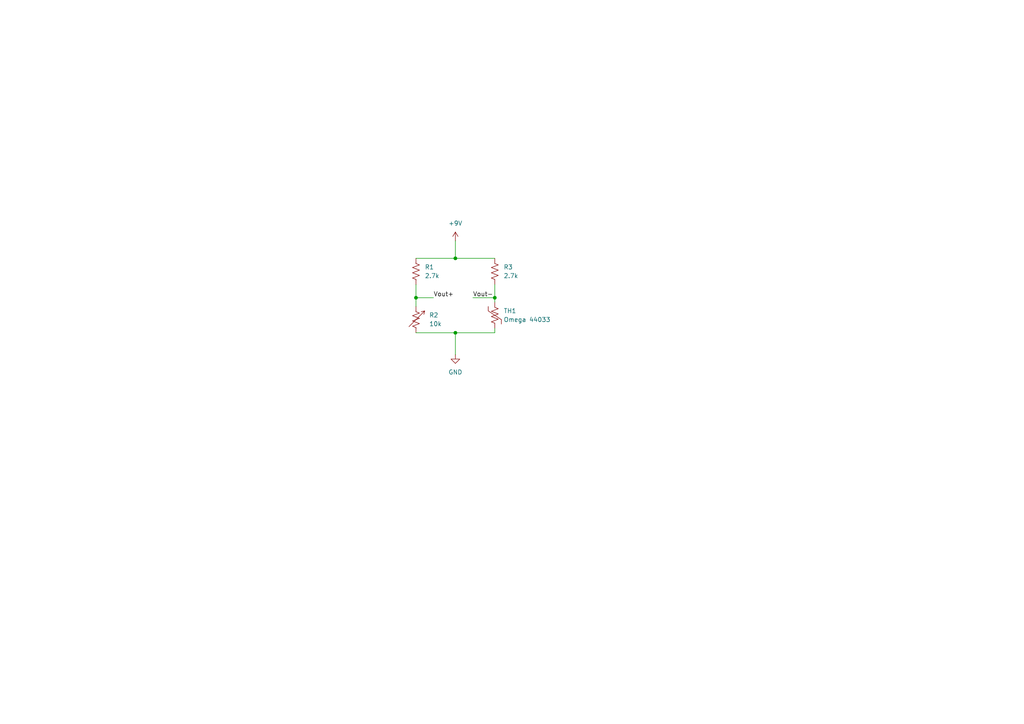
<source format=kicad_sch>
(kicad_sch (version 20250114) (generator "eeschema") (generator_version "9.0")
  (paper "A4")
  (lib_symbols
    (symbol "Device:R_US" (pin_numbers (hide yes)) (pin_names (offset 0))
      (property "Reference" "R" (at 2.54 0 90))
      (property "Value" "R_US" (at -2.54 0 90))
      (symbol "R_US_0_1"
        (polyline (pts (xy 0 2.286) (xy 0 2.54)))
        (polyline (pts (xy 0 2.286) (xy 1.016 1.905) (xy 0 1.524) (xy -1.016 1.143) (xy 0 0.762)))
        (polyline (pts (xy 0 0.762) (xy 1.016 0.381) (xy 0 0) (xy -1.016 -0.381) (xy 0 -0.762)))
        (polyline (pts (xy 0 -0.762) (xy 1.016 -1.143) (xy 0 -1.524) (xy -1.016 -1.905) (xy 0 -2.286)))
        (polyline (pts (xy 0 -2.286) (xy 0 -2.54)))
      )
      (symbol "R_US_1_1"
        (pin passive line (at 0 3.81 270) (length 1.27) (name "~") (number "1"))
        (pin passive line (at 0 -3.81 90) (length 1.27) (name "~") (number "2"))
      )
    )
    (symbol "Device:R_Variable_US" (pin_numbers (hide yes)) (pin_names (offset 0))
      (property "Reference" "R" (at 2.54 -2.54 90))
      (property "Value" "R_Variable_US" (at -2.54 -1.27 90))
      (symbol "R_Variable_US_0_1"
        (polyline (pts (xy 0 2.286) (xy 0 2.54)))
        (polyline (pts (xy 0 2.286) (xy 1.016 1.905) (xy 0 1.524) (xy -1.016 1.143) (xy 0 0.762)) (stroke (width 0.1524)))
        (polyline (pts (xy 0 0.762) (xy 1.016 0.381) (xy 0 0) (xy -1.016 -0.381) (xy 0 -0.762)))
        (polyline (pts (xy 0 -0.762) (xy 1.016 -1.143) (xy 0 -1.524) (xy -1.016 -1.905) (xy 0 -2.286)))
        (polyline (pts (xy 0 -2.286) (xy 0 -2.54)))
        (polyline (pts (xy 2.286 1.524) (xy 2.54 2.54) (xy 1.524 2.286) (xy 2.54 2.54) (xy -2.032 -2.032)) (stroke (width 0.1524)))
      )
      (symbol "R_Variable_US_1_1"
        (pin passive line (at 0 3.81 270) (length 1.27) (name "~") (number "1"))
        (pin passive line (at 0 -3.81 90) (length 1.27) (name "~") (number "2"))
      )
    )
    (symbol "Device:Thermistor_US" (pin_numbers (hide yes)) (pin_names (offset 0))
      (property "Reference" "TH" (at 2.54 1.27 90))
      (property "Value" "Thermistor_US" (at -2.54 0 90))
      (symbol "Thermistor_US_0_1"
        (polyline (pts (xy -1.905 2.54) (xy -1.905 1.27) (xy 1.905 -1.27)))
        (polyline (pts (xy 0 2.286) (xy 0 2.54)))
        (polyline (pts (xy 0 2.286) (xy 1.016 1.905) (xy 0 1.524) (xy -1.016 1.143) (xy 0 0.762)))
        (polyline (pts (xy 0 0.762) (xy 1.016 0.381) (xy 0 0) (xy -1.016 -0.381) (xy 0 -0.762)))
        (polyline (pts (xy 0 -0.762) (xy 1.016 -1.143) (xy 0 -1.524) (xy -1.016 -1.905) (xy 0 -2.286)))
        (polyline (pts (xy 0 -2.286) (xy 0 -2.54)))
        (polyline (pts (xy 1.905 -1.27) (xy 1.905 -2.54)))
      )
      (symbol "Thermistor_US_1_1"
        (pin passive line (at 0 3.81 270) (length 1.27) (name "~") (number "1"))
        (pin passive line (at 0 -3.81 90) (length 1.27) (name "~") (number "2"))
      )
    )
    (symbol "power:+9V" (power) (pin_numbers (hide yes)) (pin_names (offset 0) (hide yes))
      (property "Value" "+9V" (at 0 3.556 0))
      (symbol "+9V_0_1"
        (polyline (pts (xy -0.762 1.27) (xy 0 2.54)))
        (polyline (pts (xy 0 2.54) (xy 0.762 1.27)))
        (polyline (pts (xy 0 0) (xy 0 2.54)))
      )
      (symbol "+9V_1_1"
        (pin power_in line (at 0 0 90) (length 0) (name "~") (number "1"))
      )
    )
    (symbol "power:GND" (power) (pin_numbers (hide yes)) (pin_names (offset 0) (hide yes))
      (property "Value" "GND" (at 0 -3.81 0))
      (symbol "GND_0_1"
        (polyline (pts (xy 0 0) (xy 0 -1.27) (xy 1.27 -1.27) (xy 0 -2.54) (xy -1.27 -1.27) (xy 0 -1.27)))
      )
      (symbol "GND_1_1"
        (pin power_in line (at 0 0 270) (length 0) (name "~") (number "1"))
      )
    )
  )
  (junction (at 132.08 74.93))
  (junction (at 143.51 86.36))
  (junction (at 120.65 86.36))
  (junction (at 132.08 96.52))
  (wire (pts (xy 132.08 96.52) (xy 143.51 96.52)))
  (wire (pts (xy 137.16 86.36) (xy 143.51 86.36)))
  (wire (pts (xy 132.08 74.93) (xy 132.08 69.85)))
  (wire (pts (xy 120.65 86.36) (xy 125.73 86.36)))
  (wire (pts (xy 120.65 96.52) (xy 132.08 96.52)))
  (wire (pts (xy 132.08 74.93) (xy 143.51 74.93)))
  (wire (pts (xy 120.65 74.93) (xy 132.08 74.93)))
  (wire (pts (xy 120.65 82.55) (xy 120.65 86.36)))
  (wire (pts (xy 120.65 86.36) (xy 120.65 88.9)))
  (wire (pts (xy 143.51 82.55) (xy 143.51 86.36)))
  (wire (pts (xy 132.08 96.52) (xy 132.08 102.87)))
  (wire (pts (xy 143.51 86.36) (xy 143.51 87.63)))
  (wire (pts (xy 143.51 96.52) (xy 143.51 95.25)))
  (label "Vout-" (at 137.16 86.36 0))
  (label "Vout+" (at 125.73 86.36 0))
  (symbol (lib_id "Device:R_US") (at 120.65 78.74 0) (unit 1)
    (property "Reference" "R1" (at 123.19 77.4699 0) (effects (justify left)))
    (property "Value" "2.7k" (at 123.19 80.0099 0) (effects (justify left)))
    (property "Description" "Resistor, US symbol" (effects (hide yes)))
  )
  (symbol (lib_id "power:GND") (at 132.08 102.87 0) (unit 1)
    (property "Reference" "#PWR02" (effects (hide yes)))
    (property "Value" "GND" (at 132.08 107.95 0))
    (property "Description" "Power symbol creates a global label with name \"GND\" , ground" (effects (hide yes)))
  )
  (symbol (lib_id "Device:Thermistor_US") (at 143.51 91.44 0) (unit 1)
    (property "Reference" "TH1" (at 146.05 90.1699 0) (effects (justify left)))
    (property "Value" "Omega 44033" (at 146.05 92.7099 0) (effects (justify left)))
    (property "Description" "Thermistor, temperature dependent resistor, US symbol" (effects (hide yes)))
  )
  (symbol (lib_id "Device:R_US") (at 143.51 78.74 0) (unit 1)
    (property "Reference" "R3" (at 146.05 77.4699 0) (effects (justify left)))
    (property "Value" "2.7k" (at 146.05 80.0099 0) (effects (justify left)))
    (property "Description" "Resistor, US symbol" (effects (hide yes)))
  )
  (symbol (lib_id "Device:R_Variable_US") (at 120.65 92.71 0) (unit 1)
    (property "Reference" "R2" (at 124.46 91.4018 0) (effects (justify left)))
    (property "Value" "10k" (at 124.46 93.9418 0) (effects (justify left)))
    (property "Description" "Variable resistor, US symbol" (effects (hide yes)))
  )
  (symbol (lib_id "power:+9V") (at 132.08 69.85 0) (unit 1)
    (property "Reference" "#PWR01" (effects (hide yes)))
    (property "Value" "+9V" (at 132.08 64.77 0))
    (property "Description" "Power symbol creates a global label with name \"+9V\"" (effects (hide yes)))
  )
)
</source>
